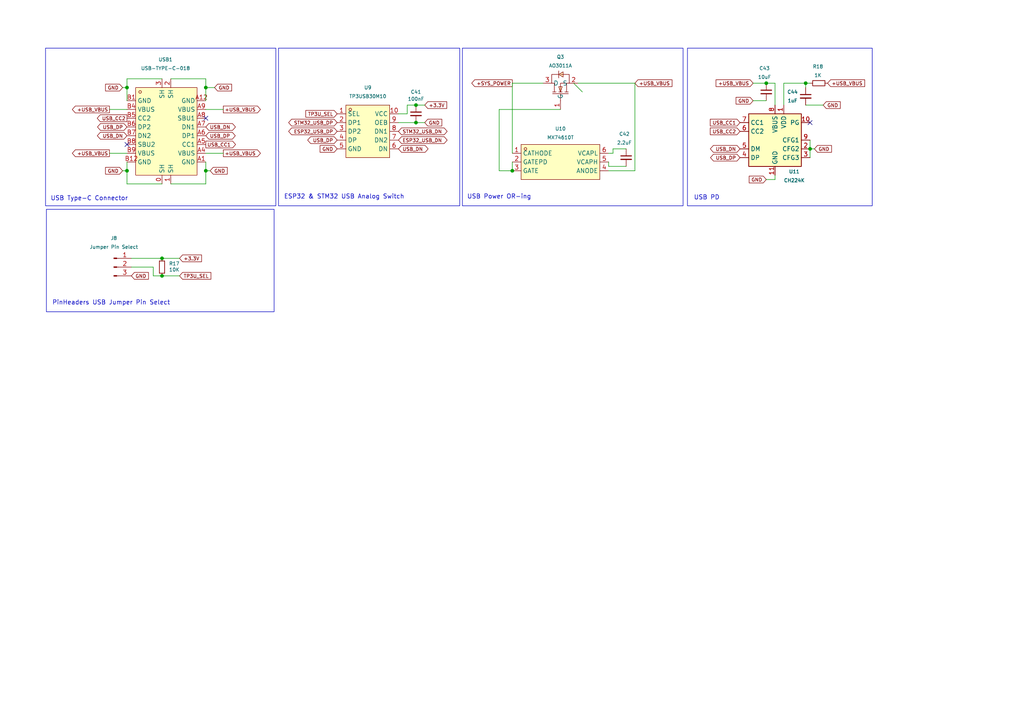
<source format=kicad_sch>
(kicad_sch (version 20250114) (generator "eeschema") (generator_version "9.0")
  (paper "A4")
  (lib_symbols
    (symbol "Connector:Conn_01x03_Pin" (pin_names (offset 1.016) (hide yes))
      (property "Reference" "J" (at 0 5.08 0))
      (property "Value" "Conn_01x03_Pin" (at 0 -5.08 0))
      (symbol "Conn_01x03_Pin_1_1"
        (rectangle (start 0.8636 2.667) (end 0 2.413) (stroke (width 0.1524)) (fill (type outline)))
        (rectangle (start 0.8636 0.127) (end 0 -0.127) (stroke (width 0.1524)) (fill (type outline)))
        (rectangle (start 0.8636 -2.413) (end 0 -2.667) (stroke (width 0.1524)) (fill (type outline)))
        (polyline (pts (xy 1.27 2.54) (xy 0.8636 2.54)) (stroke (width 0.1524)))
        (polyline (pts (xy 1.27 0) (xy 0.8636 0)) (stroke (width 0.1524)))
        (polyline (pts (xy 1.27 -2.54) (xy 0.8636 -2.54)) (stroke (width 0.1524)))
        (pin passive line (at 5.08 2.54 180) (length 3.81) (name "Pin_1") (number "1"))
        (pin passive line (at 5.08 0 180) (length 3.81) (name "Pin_2") (number "2"))
        (pin passive line (at 5.08 -2.54 180) (length 3.81) (name "Pin_3") (number "3"))
      )
    )
    (symbol "Device:C_Small" (pin_numbers (hide yes)) (pin_names (offset 0.254) (hide yes))
      (property "Reference" "C" (at 0.254 1.778 0))
      (property "Value" "C_Small" (at 0.254 -2.032 0))
      (symbol "C_Small_0_1"
        (polyline (pts (xy -1.524 0.508) (xy 1.524 0.508)) (stroke (width 0.3048)))
        (polyline (pts (xy -1.524 -0.508) (xy 1.524 -0.508)) (stroke (width 0.3302)))
      )
      (symbol "C_Small_1_1"
        (pin passive line (at 0 2.54 270) (length 2.032) (name "~") (number "1"))
        (pin passive line (at 0 -2.54 90) (length 2.032) (name "~") (number "2"))
      )
    )
    (symbol "Device:R_Small" (pin_numbers (hide yes)) (pin_names (offset 0.254) (hide yes))
      (property "Reference" "R" (at 0 0 90))
      (property "Value" "R_Small" (at 1.778 0 90))
      (symbol "R_Small_0_1"
        (rectangle (start -0.762 1.778) (end 0.762 -1.778) (stroke (width 0.2032)))
      )
      (symbol "R_Small_1_1"
        (pin passive line (at 0 2.54 270) (length 0.762) (name "~") (number "1"))
        (pin passive line (at 0 -2.54 90) (length 0.762) (name "~") (number "2"))
      )
    )
    (symbol "Interface_USB:CH224K"
      (property "Reference" "U" (at -7.874 -8.89 0))
      (property "Value" "CH224K" (at 3.048 -8.89 0))
      (symbol "CH224K_1_1"
        (rectangle (start -7.62 7.62) (end 7.62 -7.62) (stroke (width 0.254)) (fill (type background)))
        (pin bidirectional line (at -10.16 5.08 0) (length 2.54) (name "CC1") (number "7"))
        (pin bidirectional line (at -10.16 2.54 0) (length 2.54) (name "CC2") (number "6"))
        (pin bidirectional line (at -10.16 -2.54 0) (length 2.54) (name "DM") (number "5"))
        (pin bidirectional line (at -10.16 -5.08 0) (length 2.54) (name "DP") (number "4"))
        (pin passive line (at 0 10.16 270) (length 2.54) (name "VBUS") (number "8"))
        (pin power_in line (at 0 -10.16 90) (length 2.54) (name "GND") (number "11"))
        (pin power_in line (at 2.54 10.16 270) (length 2.54) (name "VDD") (number "1"))
        (pin open_collector line (at 10.16 5.08 180) (length 2.54) (name "PG") (number "10"))
        (pin passive line (at 10.16 0 180) (length 2.54) (name "CFG1") (number "9"))
        (pin passive line (at 10.16 -2.54 180) (length 2.54) (name "CFG2") (number "2"))
        (pin passive line (at 10.16 -5.08 180) (length 2.54) (name "CFG3") (number "3"))
      )
    )
    (symbol "easyeda2kicad:AO3011A"
      (property "Reference" "Q" (at 0 10.16 0))
      (property "Value" "AO3011A" (at 0 -10.16 0))
      (symbol "AO3011A_0_1"
        (polyline (pts (xy -2.54 0) (xy -0.51 0)))
        (polyline (pts (xy -0.51 2.29) (xy -0.51 -2.29)))
        (polyline (pts (xy 0 2.29) (xy 0 1.27)))
        (polyline (pts (xy 0 1.78) (xy 2.54 1.78) (xy 2.54 2.54) (xy 5.08 2.54) (xy 5.08 2.54) (xy 5.08 0.51)))
        (polyline (pts (xy 0 0) (xy 1.52 -0.51) (xy 1.52 0.51) (xy 0 0)) (fill (type background)))
        (polyline (pts (xy 0 0) (xy 2.54 0) (xy 2.54 -2.54) (xy 5.08 -2.54) (xy 5.08 -2.54) (xy 5.08 0)))
        (polyline (pts (xy 0 -0.51) (xy 0 0.51)))
        (polyline (pts (xy 0 -2.29) (xy 0 -1.27)))
        (polyline (pts (xy 2.54 -1.78) (xy 0 -1.78)))
        (polyline (pts (xy 5.08 0.51) (xy 4.32 -0.76) (xy 5.84 -0.76) (xy 5.08 0.51)) (fill (type background)))
        (polyline (pts (xy 6.1 0.51) (xy 5.59 0.51) (xy 4.57 0.51) (xy 4.06 0.51)))
        (pin unspecified line (at -5.08 0 0) (length 2.54) (name "G") (number "1"))
        (pin unspecified line (at 2.54 5.08 270) (length 2.54) (name "D") (number "3"))
        (pin unspecified line (at 2.54 -5.08 90) (length 2.54) (name "S") (number "2"))
      )
    )
    (symbol "easyeda2kicad:MX74610T"
      (property "Reference" "U" (at 0 7.62 0))
      (property "Value" "MX74610T" (at 0 -7.62 0))
      (symbol "MX74610T_0_1"
        (rectangle (start -11.43 5.08) (end 11.43 -5.08) (fill (type background)))
        (circle (center -10.16 3.81) (radius 0.38))
        (pin unspecified line (at -13.97 2.54 0) (length 2.54) (name "CATHODE") (number "1"))
        (pin unspecified line (at -13.97 0 0) (length 2.54) (name "GATEPD") (number "2"))
        (pin unspecified line (at -13.97 -2.54 0) (length 2.54) (name "GATE") (number "3"))
        (pin unspecified line (at 13.97 2.54 180) (length 2.54) (name "VCAPL") (number "6"))
        (pin unspecified line (at 13.97 0 180) (length 2.54) (name "VCAPH") (number "5"))
        (pin unspecified line (at 13.97 -2.54 180) (length 2.54) (name "ANODE") (number "4"))
      )
    )
    (symbol "easyeda2kicad:TP3USB30M10"
      (property "Reference" "U" (at 0 10.16 0))
      (property "Value" "TP3USB30M10" (at 0 -10.16 0))
      (symbol "TP3USB30M10_0_1"
        (rectangle (start -6.35 7.62) (end 6.35 -7.62) (fill (type background)))
        (circle (center -5.08 6.35) (radius 0.38))
        (pin unspecified line (at -8.89 5.08 0) (length 2.54) (name "SEL") (number "1"))
        (pin unspecified line (at -8.89 2.54 0) (length 2.54) (name "DP1") (number "2"))
        (pin unspecified line (at -8.89 0 0) (length 2.54) (name "DP2") (number "3"))
        (pin unspecified line (at -8.89 -2.54 0) (length 2.54) (name "DP") (number "4"))
        (pin unspecified line (at -8.89 -5.08 0) (length 2.54) (name "GND") (number "5"))
        (pin unspecified line (at 8.89 5.08 180) (length 2.54) (name "VCC") (number "10"))
        (pin unspecified line (at 8.89 2.54 180) (length 2.54) (name "OEB") (number "9"))
        (pin unspecified line (at 8.89 0 180) (length 2.54) (name "DN1") (number "8"))
        (pin unspecified line (at 8.89 -2.54 180) (length 2.54) (name "DN2") (number "7"))
        (pin unspecified line (at 8.89 -5.08 180) (length 2.54) (name "DN") (number "6"))
      )
    )
    (symbol "easyeda2kicad:USB-TYPE-C-018"
      (property "Reference" "USB" (at 0 20.32 0))
      (property "Value" "USB-TYPE-C-018" (at 0 -20.32 0))
      (symbol "USB-TYPE-C-018_0_1"
        (rectangle (start -8.89 12.7) (end 8.89 -12.7) (fill (type background)))
        (circle (center -7.62 11.43) (radius 0.38))
        (pin unspecified line (at -11.43 8.89 0) (length 2.54) (name "GND") (number "B1"))
        (pin unspecified line (at -11.43 6.35 0) (length 2.54) (name "VBUS") (number "B4"))
        (pin unspecified line (at -11.43 3.81 0) (length 2.54) (name "CC2") (number "B5"))
        (pin unspecified line (at -11.43 1.27 0) (length 2.54) (name "DP2") (number "B6"))
        (pin unspecified line (at -11.43 -1.27 0) (length 2.54) (name "DN2") (number "B7"))
        (pin unspecified line (at -11.43 -3.81 0) (length 2.54) (name "SBU2") (number "B8"))
        (pin unspecified line (at -11.43 -6.35 0) (length 2.54) (name "VBUS") (number "B9"))
        (pin unspecified line (at -11.43 -8.89 0) (length 2.54) (name "GND") (number "B12"))
        (pin unspecified line (at -1.27 15.24 270) (length 2.54) (name "SH") (number "3"))
        (pin unspecified line (at -1.27 -15.24 90) (length 2.54) (name "SH") (number "0"))
        (pin unspecified line (at 1.27 15.24 270) (length 2.54) (name "SH") (number "2"))
        (pin unspecified line (at 11.43 8.89 180) (length 2.54) (name "GND") (number "A12"))
        (pin unspecified line (at 11.43 6.35 180) (length 2.54) (name "VBUS") (number "A9"))
        (pin unspecified line (at 11.43 3.81 180) (length 2.54) (name "SBU1") (number "A8"))
        (pin unspecified line (at 11.43 1.27 180) (length 2.54) (name "DN1") (number "A7"))
        (pin unspecified line (at 11.43 -1.27 180) (length 2.54) (name "DP1") (number "A6"))
        (pin unspecified line (at 11.43 -3.81 180) (length 2.54) (name "CC1") (number "A5"))
        (pin unspecified line (at 11.43 -6.35 180) (length 2.54) (name "VBUS") (number "A4"))
        (pin unspecified line (at 11.43 -8.89 180) (length 2.54) (name "GND") (number "A1"))
      )
      (symbol "USB-TYPE-C-018_1_1"
        (pin unspecified line (at 1.27 -15.24 90) (length 2.54) (name "SH") (number "1"))
      )
    )
  )
  (rectangle (start 13.462 60.706) (end 79.502 90.424))
  (rectangle (start 13.208 13.97) (end 80.01 59.69))
  (rectangle (start 199.39 13.97) (end 252.984 59.69))
  (rectangle (start 134.112 13.97) (end 198.12 59.69))
  (rectangle (start 80.772 13.97) (end 133.35 59.69))
  (text "USB Power OR-ing" (at 144.78 57.15 0) (effects (font (size 1.27 1.27))))
  (text "PinHeaders USB Jumper Pin Select" (at 32.258 87.884 0) (effects (font (size 1.27 1.27))))
  (text "USB PD" (at 204.978 57.404 0) (effects (font (size 1.27 1.27))))
  (text "ESP32 & STM32 USB Analog Switch" (at 99.822 57.15 0) (effects (font (size 1.27 1.27))))
  (text "USB Type-C Connector" (at 25.908 57.658 0) (effects (font (size 1.27 1.27))))
  (junction (at 46.99 80.01))
  (junction (at 59.69 49.53))
  (junction (at 234.95 43.18))
  (junction (at 59.69 25.4))
  (junction (at 222.25 24.13))
  (junction (at 36.83 25.4))
  (junction (at 36.83 49.53))
  (junction (at 120.65 35.56))
  (junction (at 233.68 24.13))
  (junction (at 148.59 49.53))
  (junction (at 46.99 74.93))
  (junction (at 120.65 30.48))
  (no_connect (at 234.95 35.56))
  (no_connect (at 36.83 41.91))
  (no_connect (at 59.69 34.29))
  (bus_entry (at 166.37 24.13) (size 2.54 2.54))
  (wire (pts (xy 234.95 43.18) (xy 234.95 45.72)))
  (wire (pts (xy 118.11 30.48) (xy 118.11 33.02)))
  (wire (pts (xy 148.59 24.13) (xy 157.48 24.13)))
  (wire (pts (xy 123.19 35.56) (xy 120.65 35.56)))
  (wire (pts (xy 176.53 49.53) (xy 184.15 49.53)))
  (wire (pts (xy 49.53 22.86) (xy 59.69 22.86)))
  (wire (pts (xy 62.23 25.4) (xy 59.69 25.4)))
  (wire (pts (xy 224.79 50.8) (xy 224.79 52.07)))
  (wire (pts (xy 52.07 74.93) (xy 46.99 74.93)))
  (wire (pts (xy 181.61 48.26) (xy 176.53 48.26)))
  (wire (pts (xy 59.69 44.45) (xy 64.77 44.45)))
  (wire (pts (xy 31.75 44.45) (xy 36.83 44.45)))
  (wire (pts (xy 227.33 24.13) (xy 227.33 30.48)))
  (wire (pts (xy 59.69 46.99) (xy 59.69 49.53)))
  (wire (pts (xy 60.96 49.53) (xy 59.69 49.53)))
  (wire (pts (xy 176.53 44.45) (xy 177.8 44.45)))
  (wire (pts (xy 49.53 53.34) (xy 59.69 53.34)))
  (wire (pts (xy 227.33 24.13) (xy 233.68 24.13)))
  (wire (pts (xy 218.44 24.13) (xy 222.25 24.13)))
  (wire (pts (xy 148.59 49.53) (xy 144.78 49.53)))
  (wire (pts (xy 59.69 22.86) (xy 59.69 25.4)))
  (wire (pts (xy 46.99 74.93) (xy 38.1 74.93)))
  (wire (pts (xy 177.8 44.45) (xy 177.8 43.18)))
  (wire (pts (xy 148.59 44.45) (xy 148.59 24.13)))
  (wire (pts (xy 184.15 49.53) (xy 184.15 24.13)))
  (wire (pts (xy 36.83 46.99) (xy 36.83 49.53)))
  (wire (pts (xy 118.11 30.48) (xy 120.65 30.48)))
  (wire (pts (xy 36.83 22.86) (xy 46.99 22.86)))
  (wire (pts (xy 120.65 30.48) (xy 123.19 30.48)))
  (wire (pts (xy 234.95 40.64) (xy 234.95 43.18)))
  (wire (pts (xy 59.69 49.53) (xy 59.69 53.34)))
  (wire (pts (xy 176.53 48.26) (xy 176.53 46.99)))
  (wire (pts (xy 31.75 31.75) (xy 36.83 31.75)))
  (wire (pts (xy 234.95 43.18) (xy 236.22 43.18)))
  (wire (pts (xy 59.69 25.4) (xy 59.69 29.21)))
  (wire (pts (xy 144.78 49.53) (xy 144.78 31.75)))
  (wire (pts (xy 35.56 25.4) (xy 36.83 25.4)))
  (wire (pts (xy 233.68 25.4) (xy 233.68 24.13)))
  (wire (pts (xy 177.8 43.18) (xy 181.61 43.18)))
  (wire (pts (xy 46.99 80.01) (xy 44.45 80.01)))
  (wire (pts (xy 52.07 80.01) (xy 46.99 80.01)))
  (wire (pts (xy 224.79 24.13) (xy 224.79 30.48)))
  (wire (pts (xy 44.45 77.47) (xy 38.1 77.47)))
  (wire (pts (xy 148.59 49.53) (xy 148.59 46.99)))
  (wire (pts (xy 36.83 22.86) (xy 36.83 25.4)))
  (wire (pts (xy 233.68 30.48) (xy 238.76 30.48)))
  (wire (pts (xy 144.78 31.75) (xy 162.56 31.75)))
  (wire (pts (xy 233.68 24.13) (xy 234.95 24.13)))
  (wire (pts (xy 167.64 24.13) (xy 184.15 24.13)))
  (wire (pts (xy 35.56 49.53) (xy 36.83 49.53)))
  (wire (pts (xy 44.45 80.01) (xy 44.45 77.47)))
  (wire (pts (xy 218.44 29.21) (xy 222.25 29.21)))
  (wire (pts (xy 59.69 31.75) (xy 64.77 31.75)))
  (wire (pts (xy 115.57 33.02) (xy 118.11 33.02)))
  (wire (pts (xy 36.83 49.53) (xy 36.83 53.34)))
  (wire (pts (xy 222.25 52.07) (xy 224.79 52.07)))
  (wire (pts (xy 222.25 24.13) (xy 224.79 24.13)))
  (wire (pts (xy 36.83 25.4) (xy 36.83 29.21)))
  (wire (pts (xy 36.83 53.34) (xy 46.99 53.34)))
  (wire (pts (xy 120.65 35.56) (xy 115.57 35.56)))
  (global_label "USB_CC1" (shape output) (at 59.69 41.91 0) (effects (font (size 1 1))) (property "Intersheetrefs" "${INTERSHEET_REFS}" (effects (hide yes))))
  (global_label "+USB_VBUS" (shape output) (at 31.75 44.45 180) (effects (font (size 1 1))) (property "Intersheetrefs" "${INTERSHEET_REFS}" (effects (hide yes))))
  (global_label "USB_DN" (shape bidirectional) (at 36.83 39.37 180) (effects (font (size 1 1))) (property "Intersheetrefs" "${INTERSHEET_REFS}" (effects (hide yes))))
  (global_label "USB_CC2" (shape output) (at 36.83 34.29 180) (effects (font (size 1 1))) (property "Intersheetrefs" "${INTERSHEET_REFS}" (effects (hide yes))))
  (global_label "USB_CC2" (shape input) (at 214.63 38.1 180) (effects (font (size 1 1))) (property "Intersheetrefs" "${INTERSHEET_REFS}" (effects (hide yes))))
  (global_label "GND" (shape input) (at 222.25 52.07 180) (effects (font (size 1 1))) (property "Intersheetrefs" "${INTERSHEET_REFS}" (effects (hide yes))))
  (global_label "GND" (shape input) (at 62.23 25.4 0) (effects (font (size 1 1))) (property "Intersheetrefs" "${INTERSHEET_REFS}" (effects (hide yes))))
  (global_label "+3.3V" (shape input) (at 123.19 30.48 0) (effects (font (size 1 1))) (property "Intersheetrefs" "${INTERSHEET_REFS}" (effects (hide yes))))
  (global_label "+3.3V" (shape input) (at 52.07 74.93 0) (effects (font (size 1 1))) (property "Intersheetrefs" "${INTERSHEET_REFS}" (effects (hide yes))))
  (global_label "GND" (shape input) (at 123.19 35.56 0) (effects (font (size 1 1))) (property "Intersheetrefs" "${INTERSHEET_REFS}" (effects (hide yes))))
  (global_label "USB_DP" (shape bidirectional) (at 59.69 39.37 0) (effects (font (size 1 1))) (property "Intersheetrefs" "${INTERSHEET_REFS}" (effects (hide yes))))
  (global_label "ESP32_USB_DP" (shape bidirectional) (at 97.79 38.1 180) (effects (font (size 1 1))) (property "Intersheetrefs" "${INTERSHEET_REFS}" (effects (hide yes))))
  (global_label "+USB_VBUS" (shape input) (at 184.15 24.13 0) (effects (font (size 1 1))) (property "Intersheetrefs" "${INTERSHEET_REFS}" (effects (hide yes))))
  (global_label "STM32_USB_DN" (shape bidirectional) (at 115.57 38.1 0) (effects (font (size 1 1))) (property "Intersheetrefs" "${INTERSHEET_REFS}" (effects (hide yes))))
  (global_label "TP3U_SEL" (shape input) (at 52.07 80.01 0) (effects (font (size 1 1))) (property "Intersheetrefs" "${INTERSHEET_REFS}" (effects (hide yes))))
  (global_label "GND" (shape input) (at 38.1 80.01 0) (effects (font (size 1 1))) (property "Intersheetrefs" "${INTERSHEET_REFS}" (effects (hide yes))))
  (global_label "USB_DN" (shape bidirectional) (at 59.69 36.83 0) (effects (font (size 1 1))) (property "Intersheetrefs" "${INTERSHEET_REFS}" (effects (hide yes))))
  (global_label "GND" (shape input) (at 236.22 43.18 0) (effects (font (size 1 1))) (property "Intersheetrefs" "${INTERSHEET_REFS}" (effects (hide yes))))
  (global_label "TP3U_SEL" (shape input) (at 97.79 33.02 180) (effects (font (size 1 1))) (property "Intersheetrefs" "${INTERSHEET_REFS}" (effects (hide yes))))
  (global_label "+USB_VBUS" (shape output) (at 64.77 31.75 0) (effects (font (size 1 1))) (property "Intersheetrefs" "${INTERSHEET_REFS}" (effects (hide yes))))
  (global_label "ESP32_USB_DN" (shape bidirectional) (at 115.57 40.64 0) (effects (font (size 1 1))) (property "Intersheetrefs" "${INTERSHEET_REFS}" (effects (hide yes))))
  (global_label "+USB_VBUS" (shape output) (at 31.75 31.75 180) (effects (font (size 1 1))) (property "Intersheetrefs" "${INTERSHEET_REFS}" (effects (hide yes))))
  (global_label "+SYS_POWER" (shape output) (at 148.59 24.13 180) (effects (font (size 1 1))) (property "Intersheetrefs" "${INTERSHEET_REFS}" (effects (hide yes))))
  (global_label "+USB_VBUS" (shape input) (at 218.44 24.13 180) (effects (font (size 1 1))) (property "Intersheetrefs" "${INTERSHEET_REFS}" (effects (hide yes))))
  (global_label "+USB_VBUS" (shape output) (at 64.77 44.45 0) (effects (font (size 1 1))) (property "Intersheetrefs" "${INTERSHEET_REFS}" (effects (hide yes))))
  (global_label "GND" (shape input) (at 97.79 43.18 180) (effects (font (size 1 1))) (property "Intersheetrefs" "${INTERSHEET_REFS}" (effects (hide yes))))
  (global_label "GND" (shape input) (at 238.76 30.48 0) (effects (font (size 1 1))) (property "Intersheetrefs" "${INTERSHEET_REFS}" (effects (hide yes))))
  (global_label "USB_DN" (shape bidirectional) (at 214.63 43.18 180) (effects (font (size 1 1))) (property "Intersheetrefs" "${INTERSHEET_REFS}" (effects (hide yes))))
  (global_label "+USB_VBUS" (shape input) (at 240.03 24.13 0) (effects (font (size 1 1))) (property "Intersheetrefs" "${INTERSHEET_REFS}" (effects (hide yes))))
  (global_label "USB_DN" (shape bidirectional) (at 115.57 43.18 0) (effects (font (size 1 1))) (property "Intersheetrefs" "${INTERSHEET_REFS}" (effects (hide yes))))
  (global_label "GND" (shape input) (at 35.56 49.53 180) (effects (font (size 1 1))) (property "Intersheetrefs" "${INTERSHEET_REFS}" (effects (hide yes))))
  (global_label "USB_DP" (shape bidirectional) (at 214.63 45.72 180) (effects (font (size 1 1))) (property "Intersheetrefs" "${INTERSHEET_REFS}" (effects (hide yes))))
  (global_label "USB_DP" (shape bidirectional) (at 36.83 36.83 180) (effects (font (size 1 1))) (property "Intersheetrefs" "${INTERSHEET_REFS}" (effects (hide yes))))
  (global_label "GND" (shape input) (at 218.44 29.21 180) (effects (font (size 1 1))) (property "Intersheetrefs" "${INTERSHEET_REFS}" (effects (hide yes))))
  (global_label "USB_CC1" (shape input) (at 214.63 35.56 180) (effects (font (size 1 1))) (property "Intersheetrefs" "${INTERSHEET_REFS}" (effects (hide yes))))
  (global_label "USB_DP" (shape bidirectional) (at 97.79 40.64 180) (effects (font (size 1 1))) (property "Intersheetrefs" "${INTERSHEET_REFS}" (effects (hide yes))))
  (global_label "STM32_USB_DP" (shape bidirectional) (at 97.79 35.56 180) (effects (font (size 1 1))) (property "Intersheetrefs" "${INTERSHEET_REFS}" (effects (hide yes))))
  (global_label "GND" (shape input) (at 35.56 25.4 180) (effects (font (size 1 1))) (property "Intersheetrefs" "${INTERSHEET_REFS}" (effects (hide yes))))
  (global_label "GND" (shape input) (at 60.96 49.53 0) (effects (font (size 1 1))) (property "Intersheetrefs" "${INTERSHEET_REFS}" (effects (hide yes))))
  (symbol (lib_id "Device:C_Small") (at 120.65 33.02 0) (unit 1)
    (property "Reference" "C41" (at 120.65 26.67 0) (effects (font (size 1 1))))
    (property "Value" "100nF" (at 120.65 28.702 0) (effects (font (size 1 1))))
    (property "Footprint" "Capacitor_SMD:C_0603_1608Metric" (effects (hide yes)))
    (property "Description" "Unpolarized capacitor, small symbol" (effects (hide yes)))
  )
  (symbol (lib_id "easyeda2kicad:TP3USB30M10") (at 106.68 38.1 0) (unit 1)
    (property "Reference" "U9" (at 106.68 25.4 0) (effects (font (size 1 1))))
    (property "Value" "TP3USB30M10" (at 106.68 27.94 0) (effects (font (size 1 1))))
    (property "Footprint" "easyeda2kicad:MSOP-10_L3.0-W3.0-P0.50-LS4.9-BL" (effects (hide yes)))
    (property "LCSC Part" "C2959840" (effects (hide yes)))
  )
  (symbol (lib_id "easyeda2kicad:AO3011A") (at 162.56 26.67 90) (unit 1)
    (property "Reference" "Q3" (at 162.56 16.51 90) (effects (font (size 1 1))))
    (property "Value" "AO3011A" (at 162.56 19.05 90) (effects (font (size 1 1))))
    (property "Footprint" "easyeda2kicad:SOT-23-3_L2.9-W1.6-P1.90-LS2.8-BR" (effects (hide yes)))
    (property "LCSC Part" "C49046454" (effects (hide yes)))
  )
  (symbol (lib_id "Device:R_Small") (at 46.99 77.47 0) (unit 1)
    (property "Reference" "R17" (at 50.546 76.454 0) (effects (font (size 1 1))))
    (property "Value" "10K" (at 50.546 78.232 0) (effects (font (size 1 1))))
    (property "Footprint" "Resistor_SMD:R_0603_1608Metric" (effects (hide yes)))
    (property "Description" "Resistor, small symbol" (effects (hide yes)))
  )
  (symbol (lib_id "Connector:Conn_01x03_Pin") (at 33.02 77.47 0) (unit 1)
    (property "Reference" "J8" (at 33.02 69.088 0) (effects (font (size 1 1))))
    (property "Value" "Jumper Pin Select" (at 33.02 71.628 0) (effects (font (size 1 1))))
    (property "Footprint" "easyeda2kicad:PinHeader_1x03_P2.54mm_Vertical_Custom" (effects (hide yes)))
    (property "Description" "Generic connector, single row, 01x03, script generated" (effects (hide yes)))
  )
  (symbol (lib_id "Device:R_Small") (at 237.49 24.13 270) (unit 1)
    (property "Reference" "R18" (at 237.236 19.304 90) (effects (font (size 1 1))))
    (property "Value" "1K" (at 237.236 21.844 90) (effects (font (size 1 1))))
    (property "Footprint" "Resistor_SMD:R_0603_1608Metric" (effects (hide yes)))
    (property "Description" "Resistor, small symbol" (effects (hide yes)))
  )
  (symbol (lib_id "easyeda2kicad:USB-TYPE-C-018") (at 48.26 38.1 0) (unit 1)
    (property "Reference" "USB1" (at 48.006 17.272 0) (effects (font (size 1 1))))
    (property "Value" "USB-TYPE-C-018" (at 48.006 19.812 0) (effects (font (size 1 1))))
    (property "Footprint" "easyeda2kicad:USB-C_SMD-TYPE-C-31-M-12" (effects (hide yes)))
    (property "LCSC Part" "C2927038" (effects (hide yes)))
  )
  (symbol (lib_id "Device:C_Small") (at 222.25 26.67 0) (unit 1)
    (property "Reference" "C43" (at 221.742 19.812 0) (effects (font (size 1 1))))
    (property "Value" "10uF" (at 221.742 22.352 0) (effects (font (size 1 1))))
    (property "Footprint" "Capacitor_SMD:C_0805_2012Metric" (effects (hide yes)))
    (property "Description" "Unpolarized capacitor, small symbol" (effects (hide yes)))
  )
  (symbol (lib_id "Device:C_Small") (at 233.68 27.94 0) (unit 1)
    (property "Reference" "C44" (at 229.87 26.67 0) (effects (font (size 1 1))))
    (property "Value" "1uF" (at 229.87 29.21 0) (effects (font (size 1 1))))
    (property "Footprint" "Capacitor_SMD:C_0603_1608Metric" (effects (hide yes)))
    (property "Description" "Unpolarized capacitor, small symbol" (effects (hide yes)))
  )
  (symbol (lib_id "Device:C_Small") (at 181.61 45.72 0) (unit 1)
    (property "Reference" "C42" (at 181.102 38.862 0) (effects (font (size 1 1))))
    (property "Value" "2.2uF" (at 181.102 41.402 0) (effects (font (size 1 1))))
    (property "Footprint" "Capacitor_SMD:C_0603_1608Metric" (effects (hide yes)))
    (property "Description" "Unpolarized capacitor, small symbol" (effects (hide yes)))
  )
  (symbol (lib_id "Interface_USB:CH224K") (at 224.79 40.64 0) (unit 1)
    (property "Reference" "U11" (at 230.378 49.784 0) (effects (font (size 1 1))))
    (property "Value" "CH224K" (at 230.378 52.324 0) (effects (font (size 1 1))))
    (property "Footprint" "Package_SO:SSOP-10-1EP_3.9x4.9mm_P1mm_EP2.1x3.3mm" (effects (hide yes)))
    (property "Datasheet" "https://www.wch.cn/downloads/file/301.html" (effects (hide yes)))
    (property "Description" "100W USB Type-C PD3.0/2.0, BC1.2 Sink Controller, SSOP-10" (effects (hide yes)))
  )
  (symbol (lib_id "easyeda2kicad:MX74610T") (at 162.56 46.99 0) (unit 1)
    (property "Reference" "U10" (at 162.56 37.338 0) (effects (font (size 1 1))))
    (property "Value" "MX74610T" (at 162.56 39.878 0) (effects (font (size 1 1))))
    (property "Footprint" "easyeda2kicad:SOT-23-6_L2.9-W1.6-P0.95-LS2.8-BL-1" (effects (hide yes)))
    (property "LCSC Part" "C19078229" (effects (hide yes)))
  )
)
</source>
